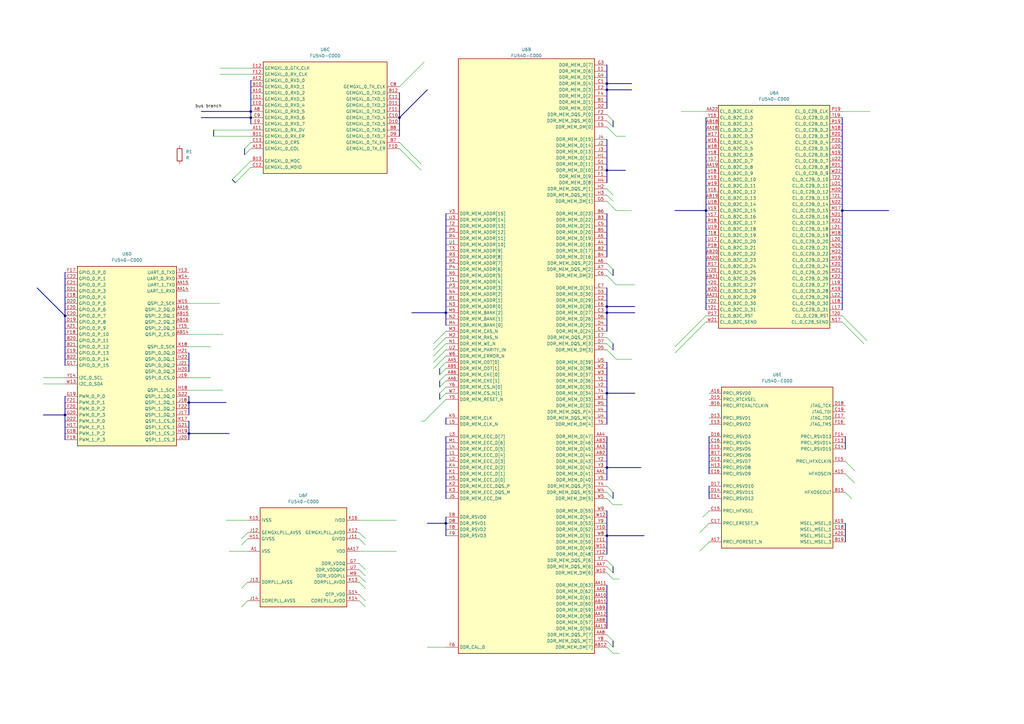
<source format=kicad_sch>
(kicad_sch (version 20230121) (generator eeschema)
  (paper "A3")
  (lib_symbols
    (symbol "Device:R" (pin_numbers hide) (pin_names (offset 0))
      (property "Reference" "R" (at 2.032 0 90))
      (property "Value" "R" (at 0 0 90))
      (symbol "R_1_1"
        (pin passive line (at 0 3.81 270) (length 1.27) (name "~") (number "1"))
        (pin passive line (at 0 -3.81 90) (length 1.27) (name "~") (number "2"))
      )
    )
    (symbol "MCU_SiFive:FU540-C000"
      (property "Reference" "U" (at 0 2.54 0))
      (property "Value" "FU540-C000" (at 0 -2.54 0))
      (symbol "FU540-C000_1_1"
        (pin input line (at -27.94 35.56 0) (length 5.08) (name "CL_0_B2C_D_2") (number "AA18"))
        (pin input line (at -27.94 20.32 0) (length 5.08) (name "CL_0_B2C_D_8") (number "AA19"))
        (pin input line (at -27.94 -17.78 0) (length 5.08) (name "CL_0_B2C_D_23") (number "AA20"))
        (pin input line (at -27.94 -33.02 0) (length 5.08) (name "CL_0_B2C_D_29") (number "AA21"))
        (pin input line (at -27.94 43.18 0) (length 5.08) (name "CL_0_B2C_CLK") (number "AA22"))
        (pin input line (at -27.94 38.1 0) (length 5.08) (name "CL_0_B2C_D_1") (number "AB18"))
        (pin input line (at -27.94 7.62 0) (length 5.08) (name "CL_0_B2C_D_13") (number "AB19"))
        (pin input line (at -27.94 -15.24 0) (length 5.08) (name "CL_0_B2C_D_22") (number "AB20"))
        (pin input line (at -27.94 -25.4 0) (length 5.08) (name "CL_0_B2C_D_26") (number "AB21"))
        (pin output line (at 27.94 -30.48 180) (length 5.08) (name "CL_0_C2B_D_28") (number "K19"))
        (pin output line (at 27.94 -20.32 180) (length 5.08) (name "CL_0_C2B_D_24") (number "K20"))
        (pin output line (at 27.94 -25.4 180) (length 5.08) (name "CL_0_C2B_D_26") (number "K22"))
        (pin output line (at 27.94 -38.1 180) (length 5.08) (name "CL_0_C2B_D_31") (number "L17"))
        (pin output line (at 27.94 -35.56 180) (length 5.08) (name "CL_0_C2B_D_30") (number "L18"))
        (pin output line (at 27.94 -27.94 180) (length 5.08) (name "CL_0_C2B_D_27") (number "L19"))
        (pin output line (at 27.94 -10.16 180) (length 5.08) (name "CL_0_C2B_D_20") (number "L20"))
        (pin output line (at 27.94 -5.08 180) (length 5.08) (name "CL_0_C2B_D_18") (number "L21"))
        (pin output line (at 27.94 -33.02 180) (length 5.08) (name "CL_0_C2B_D_29") (number "L22"))
        (pin output line (at 27.94 2.54 180) (length 5.08) (name "CL_0_C2B_D_15") (number "M17"))
        (pin output line (at 27.94 -7.62 180) (length 5.08) (name "CL_0_C2B_D_19") (number "M18"))
        (pin output line (at 27.94 -17.78 180) (length 5.08) (name "CL_0_C2B_D_23") (number "M19"))
        (pin output line (at 27.94 10.16 180) (length 5.08) (name "CL_0_C2B_D_12") (number "M20"))
        (pin output line (at 27.94 -22.86 180) (length 5.08) (name "CL_0_C2B_D_25") (number "M21"))
        (pin output line (at 27.94 -15.24 180) (length 5.08) (name "CL_0_C2B_D_22") (number "M22"))
        (pin output line (at 27.94 -43.18 180) (length 5.08) (name "CL_0_C2B_SEND") (number "N17"))
        (pin output line (at 27.94 35.56 180) (length 5.08) (name "CL_0_C2B_D_2") (number "N18"))
        (pin output line (at 27.94 25.4 180) (length 5.08) (name "CL_0_C2B_D_6") (number "N19"))
        (pin output line (at 27.94 -12.7 180) (length 5.08) (name "CL_0_C2B_D_21") (number "N20"))
        (pin output line (at 27.94 0 180) (length 5.08) (name "CL_0_C2B_D_16") (number "N21"))
        (pin output line (at 27.94 5.08 180) (length 5.08) (name "CL_0_C2B_D_14") (number "N22"))
        (pin input line (at -27.94 -40.64 0) (length 5.08) (name "CL_0_B2C_RST") (number "P17"))
        (pin input line (at -27.94 -12.7 0) (length 5.08) (name "CL_0_B2C_D_21") (number "P18"))
        (pin output line (at 27.94 43.18 180) (length 5.08) (name "CL_0_C2B_CLK") (number "P19"))
        (pin output line (at 27.94 30.48 180) (length 5.08) (name "CL_0_C2B_D_4") (number "P20"))
        (pin input line (at -27.94 -20.32 0) (length 5.08) (name "CL_0_B2C_D_24") (number "R17"))
        (pin input line (at -27.94 -2.54 0) (length 5.08) (name "CL_0_B2C_D_17") (number "R18"))
        (pin output line (at 27.94 38.1 180) (length 5.08) (name "CL_0_C2B_D_1") (number "R19"))
        (pin output line (at 27.94 33.02 180) (length 5.08) (name "CL_0_C2B_D_3") (number "R20"))
        (pin output line (at 27.94 20.32 180) (length 5.08) (name "CL_0_C2B_D_8") (number "R21"))
        (pin output line (at 27.94 -2.54 180) (length 5.08) (name "CL_0_C2B_D_17") (number "R22"))
        (pin input line (at -27.94 -7.62 0) (length 5.08) (name "CL_0_B2C_D_19") (number "T18"))
        (pin output line (at 27.94 40.64 180) (length 5.08) (name "CL_0_C2B_D_0") (number "T19"))
        (pin output line (at 27.94 -40.64 180) (length 5.08) (name "CL_0_C2B_RST") (number "T20"))
        (pin output line (at 27.94 7.62 180) (length 5.08) (name "CL_0_C2B_D_13") (number "T21"))
        (pin output line (at 27.94 15.24 180) (length 5.08) (name "CL_0_C2B_D_10") (number "T22"))
        (pin input line (at -27.94 -10.16 0) (length 5.08) (name "CL_0_B2C_D_20") (number "U17"))
        (pin input line (at -27.94 5.08 0) (length 5.08) (name "CL_0_B2C_D_14") (number "U18"))
        (pin input line (at -27.94 -5.08 0) (length 5.08) (name "CL_0_B2C_D_18") (number "U19"))
        (pin output line (at 27.94 27.94 180) (length 5.08) (name "CL_0_C2B_D_5") (number "U20"))
        (pin output line (at 27.94 12.7 180) (length 5.08) (name "CL_0_C2B_D_11") (number "U21"))
        (pin output line (at 27.94 22.86 180) (length 5.08) (name "CL_0_C2B_D_7") (number "U22"))
        (pin input line (at -27.94 10.16 0) (length 5.08) (name "CL_0_B2C_D_12") (number "V16"))
        (pin input line (at -27.94 0 0) (length 5.08) (name "CL_0_B2C_D_16") (number "V17"))
        (pin input line (at -27.94 17.78 0) (length 5.08) (name "CL_0_B2C_D_9") (number "V18"))
        (pin input line (at -27.94 2.54 0) (length 5.08) (name "CL_0_B2C_D_15") (number "V19"))
        (pin input line (at -27.94 -22.86 0) (length 5.08) (name "CL_0_B2C_D_25") (number "V20"))
        (pin input line (at -27.94 30.48 0) (length 5.08) (name "CL_0_B2C_D_4") (number "W16"))
        (pin input line (at -27.94 33.02 0) (length 5.08) (name "CL_0_B2C_D_3") (number "W17"))
        (pin input line (at -27.94 27.94 0) (length 5.08) (name "CL_0_B2C_D_5") (number "W18"))
        (pin input line (at -27.94 12.7 0) (length 5.08) (name "CL_0_B2C_D_11") (number "W19"))
        (pin input line (at -27.94 -30.48 0) (length 5.08) (name "CL_0_B2C_D_28") (number "W20"))
        (pin input line (at -27.94 -43.18 0) (length 5.08) (name "CL_0_B2C_SEND") (number "W21"))
        (pin output line (at 27.94 17.78 180) (length 5.08) (name "CL_0_C2B_D_9") (number "W22"))
        (pin input line (at -27.94 40.64 0) (length 5.08) (name "CL_0_B2C_D_0") (number "Y16"))
        (pin input line (at -27.94 22.86 0) (length 5.08) (name "CL_0_B2C_D_7") (number "Y17"))
        (pin input line (at -27.94 25.4 0) (length 5.08) (name "CL_0_B2C_D_6") (number "Y18"))
        (pin input line (at -27.94 15.24 0) (length 5.08) (name "CL_0_B2C_D_10") (number "Y19"))
        (pin input line (at -27.94 -27.94 0) (length 5.08) (name "CL_0_B2C_D_27") (number "Y20"))
        (pin input line (at -27.94 -38.1 0) (length 5.08) (name "CL_0_B2C_D_31") (number "Y21"))
        (pin input line (at -27.94 -35.56 0) (length 5.08) (name "CL_0_B2C_D_30") (number "Y22"))
      )
      (symbol "FU540-C000_2_1"
        (pin bidirectional line (at 33.02 45.72 180) (length 5.08) (name "DDR_MEM_D[18]") (number "A4"))
        (pin bidirectional line (at 33.02 48.26 180) (length 5.08) (name "DDR_MEM_D[19]") (number "A5"))
        (pin bidirectional line (at 33.02 38.1 180) (length 5.08) (name "DDR_MEM_DQS_P[2]") (number "A6"))
        (pin bidirectional line (at 33.02 35.56 180) (length 5.08) (name "DDR_MEM_DQS_M[2]") (number "A7"))
        (pin bidirectional line (at 33.02 -48.26 180) (length 5.08) (name "DDR_MEM_D[41]") (number "AA1"))
        (pin bidirectional line (at 33.02 -99.06 180) (length 5.08) (name "DDR_MEM_D[61]") (number "AA10"))
        (pin bidirectional line (at 33.02 -93.98 180) (length 5.08) (name "DDR_MEM_D[63]") (number "AA11"))
        (pin bidirectional line (at 33.02 -106.68 180) (length 5.08) (name "DDR_MEM_D[58]") (number "AA12"))
        (pin bidirectional line (at 33.02 -111.76 180) (length 5.08) (name "DDR_MEM_D[56]") (number "AA13"))
        (pin bidirectional line (at 33.02 -38.1 180) (length 5.08) (name "DDR_MEM_D[45]") (number "AA3"))
        (pin bidirectional line (at 33.02 -33.02 180) (length 5.08) (name "DDR_MEM_D[47]") (number "AA4"))
        (pin output line (at -33.02 -2.54 0) (length 5.08) (name "DDR_MEM_ODT[0]") (number "AA5"))
        (pin output line (at -33.02 -10.16 0) (length 5.08) (name "DDR_MEM_CKE[1]") (number "AA6"))
        (pin bidirectional line (at 33.02 -86.36 180) (length 5.08) (name "DDR_MEM_DQS_M[6]") (number "AA7"))
        (pin bidirectional line (at 33.02 -114.3 180) (length 5.08) (name "DDR_MEM_DQS_P[7]") (number "AA8"))
        (pin bidirectional line (at 33.02 -96.52 180) (length 5.08) (name "DDR_MEM_D[62]") (number "AA9"))
        (pin bidirectional line (at 33.02 -101.6 180) (length 5.08) (name "DDR_MEM_D[60]") (number "AB11"))
        (pin bidirectional line (at 33.02 -119.38 180) (length 5.08) (name "DDR_MEM_DM[7]") (number "AB12"))
        (pin bidirectional line (at 33.02 -40.64 180) (length 5.08) (name "DDR_MEM_D[44]") (number "AB2"))
        (pin bidirectional line (at 33.02 -35.56 180) (length 5.08) (name "DDR_MEM_D[46]") (number "AB3"))
        (pin output line (at -33.02 -5.08 0) (length 5.08) (name "DDR_MEM_ODT[1]") (number "AB5"))
        (pin output line (at -33.02 -7.62 0) (length 5.08) (name "DDR_MEM_CKE[0]") (number "AB6"))
        (pin bidirectional line (at 33.02 -109.22 180) (length 5.08) (name "DDR_MEM_D[57]") (number "AB8"))
        (pin bidirectional line (at 33.02 -104.14 180) (length 5.08) (name "DDR_MEM_D[59]") (number "AB9"))
        (pin bidirectional line (at 33.02 104.14 180) (length 5.08) (name "DDR_MEM_D[1]") (number "B1"))
        (pin bidirectional line (at 33.02 43.18 180) (length 5.08) (name "DDR_MEM_D[17]") (number "B2"))
        (pin bidirectional line (at 33.02 55.88 180) (length 5.08) (name "DDR_MEM_D[22]") (number "B3"))
        (pin bidirectional line (at 33.02 40.64 180) (length 5.08) (name "DDR_MEM_D[16]") (number "B4"))
        (pin bidirectional line (at 33.02 50.8 180) (length 5.08) (name "DDR_MEM_D[20]") (number "B5"))
        (pin bidirectional line (at 33.02 58.42 180) (length 5.08) (name "DDR_MEM_D[23]") (number "B6"))
        (pin bidirectional line (at 33.02 111.76 180) (length 5.08) (name "DDR_MEM_D[4]") (number "C1"))
        (pin bidirectional line (at 33.02 22.86 180) (length 5.08) (name "DDR_MEM_D[29]") (number "C2"))
        (pin bidirectional line (at 33.02 17.78 180) (length 5.08) (name "DDR_MEM_D[27]") (number "C3"))
        (pin bidirectional line (at 33.02 10.16 180) (length 5.08) (name "DDR_MEM_D[24]") (number "C4"))
        (pin bidirectional line (at 33.02 53.34 180) (length 5.08) (name "DDR_MEM_D[21]") (number "C5"))
        (pin bidirectional line (at 33.02 33.02 180) (length 5.08) (name "DDR_MEM_DM[2]") (number "C6"))
        (pin bidirectional line (at 33.02 27.94 180) (length 5.08) (name "DDR_MEM_D[31]") (number "C7"))
        (pin bidirectional line (at 33.02 101.6 180) (length 5.08) (name "DDR_MEM_D[0]") (number "D2"))
        (pin bidirectional line (at 33.02 25.4 180) (length 5.08) (name "DDR_MEM_D[30]") (number "D3"))
        (pin bidirectional line (at 33.02 12.7 180) (length 5.08) (name "DDR_MEM_D[25]") (number "D4"))
        (pin bidirectional line (at 33.02 2.54 180) (length 5.08) (name "DDR_MEM_DM[3]") (number "D5"))
        (pin bidirectional line (at 33.02 15.24 180) (length 5.08) (name "DDR_MEM_D[26]") (number "D6"))
        (pin bidirectional line (at 33.02 5.08 180) (length 5.08) (name "DDR_MEM_DQS_M[3]") (number "D7"))
        (pin passive line (at -33.02 -68.58 0) (length 5.08) (name "DDR_RSVD1") (number "D8"))
        (pin bidirectional line (at 33.02 116.84 180) (length 5.08) (name "DDR_MEM_D[6]") (number "E1"))
        (pin bidirectional line (at 33.02 109.22 180) (length 5.08) (name "DDR_MEM_D[3]") (number "E2"))
        (pin bidirectional line (at 33.02 93.98 180) (length 5.08) (name "DDR_MEM_DM[0]") (number "E5"))
        (pin bidirectional line (at 33.02 20.32 180) (length 5.08) (name "DDR_MEM_D[28]") (number "E6"))
        (pin bidirectional line (at 33.02 7.62 180) (length 5.08) (name "DDR_MEM_DQS_P[3]") (number "E7"))
        (pin passive line (at -33.02 -66.04 0) (length 5.08) (name "DDR_RSVD0") (number "E8"))
        (pin bidirectional line (at 33.02 73.66 180) (length 5.08) (name "DDR_MEM_D[9]") (number "F1"))
        (pin bidirectional line (at 33.02 99.06 180) (length 5.08) (name "DDR_MEM_DQS_P[0]") (number "F2"))
        (pin bidirectional line (at 33.02 96.52 180) (length 5.08) (name "DDR_MEM_DQS_M[0]") (number "F3"))
        (pin bidirectional line (at 33.02 106.68 180) (length 5.08) (name "DDR_MEM_D[2]") (number "F4"))
        (pin bidirectional line (at 33.02 76.2 180) (length 5.08) (name "DDR_MEM_D[10]") (number "F5"))
        (pin passive line (at -33.02 -119.38 0) (length 5.08) (name "DDR_CAL_0") (number "F6"))
        (pin passive line (at -33.02 -71.12 0) (length 5.08) (name "DDR_RSVD2") (number "F8"))
        (pin passive line (at -33.02 -73.66 0) (length 5.08) (name "DDR_RSVD3") (number "F9"))
        (pin bidirectional line (at 33.02 78.74 180) (length 5.08) (name "DDR_MEM_D[11]") (number "G1"))
        (pin bidirectional line (at 33.02 119.38 180) (length 5.08) (name "DDR_MEM_D[7]") (number "G3"))
        (pin bidirectional line (at 33.02 114.3 180) (length 5.08) (name "DDR_MEM_D[5]") (number "G4"))
        (pin bidirectional line (at 33.02 63.5 180) (length 5.08) (name "DDR_MEM_DM[1]") (number "G5"))
        (pin bidirectional line (at 33.02 81.28 180) (length 5.08) (name "DDR_MEM_D[12]") (number "H1"))
        (pin bidirectional line (at 33.02 68.58 180) (length 5.08) (name "DDR_MEM_DQS_P[1]") (number "H2"))
        (pin bidirectional line (at 33.02 66.04 180) (length 5.08) (name "DDR_MEM_DQS_M[1]") (number "H3"))
        (pin bidirectional line (at 33.02 71.12 180) (length 5.08) (name "DDR_MEM_D[8]") (number "H4"))
        (pin bidirectional line (at -33.02 -50.8 0) (length 5.08) (name "DDR_MEM_ECC_D[0]") (number "H5"))
        (pin bidirectional line (at 33.02 86.36 180) (length 5.08) (name "DDR_MEM_D[14]") (number "J2"))
        (pin bidirectional line (at 33.02 83.82 180) (length 5.08) (name "DDR_MEM_D[13]") (number "J3"))
        (pin bidirectional line (at 33.02 88.9 180) (length 5.08) (name "DDR_MEM_D[15]") (number "J4"))
        (pin bidirectional line (at -33.02 -58.42 0) (length 5.08) (name "DDR_MEM_ECC_DM") (number "J5"))
        (pin bidirectional line (at -33.02 -48.26 0) (length 5.08) (name "DDR_MEM_ECC_D[1]") (number "K1"))
        (pin bidirectional line (at -33.02 -53.34 0) (length 5.08) (name "DDR_MEM_ECC_DQS_P") (number "K2"))
        (pin bidirectional line (at -33.02 -55.88 0) (length 5.08) (name "DDR_MEM_ECC_DQS_M") (number "K3"))
        (pin bidirectional line (at -33.02 -45.72 0) (length 5.08) (name "DDR_MEM_ECC_D[2]") (number "K4"))
        (pin output line (at -33.02 -25.4 0) (length 5.08) (name "DDR_MEM_CLK") (number "K5"))
        (pin bidirectional line (at -33.02 -40.64 0) (length 5.08) (name "DDR_MEM_ECC_D[4]") (number "L1"))
        (pin bidirectional line (at -33.02 -43.18 0) (length 5.08) (name "DDR_MEM_ECC_D[3]") (number "L2"))
        (pin bidirectional line (at -33.02 -33.02 0) (length 5.08) (name "DDR_MEM_ECC_D[7]") (number "L3"))
        (pin bidirectional line (at -33.02 -38.1 0) (length 5.08) (name "DDR_MEM_ECC_D[5]") (number "L4"))
        (pin output line (at -33.02 -27.94 0) (length 5.08) (name "DDR_MEM_CLK_N") (number "L5"))
        (pin bidirectional line (at -33.02 -35.56 0) (length 5.08) (name "DDR_MEM_ECC_D[6]") (number "M1"))
        (pin output line (at -33.02 7.62 0) (length 5.08) (name "DDR_MEM_RAS_N") (number "M2"))
        (pin output line (at -33.02 10.16 0) (length 5.08) (name "DDR_MEM_CAS_N") (number "M3"))
        (pin output line (at -33.02 12.7 0) (length 5.08) (name "DDR_MEM_BANK[0]") (number "M4"))
        (pin output line (at -33.02 17.78 0) (length 5.08) (name "DDR_MEM_BANK[2]") (number "M5"))
        (pin output line (at -33.02 5.08 0) (length 5.08) (name "DDR_MEM_WE_N") (number "N1"))
        (pin output line (at -33.02 15.24 0) (length 5.08) (name "DDR_MEM_BANK[1]") (number "N2"))
        (pin output line (at -33.02 20.32 0) (length 5.08) (name "DDR_MEM_ADDR[0]") (number "N3"))
        (pin output line (at -33.02 25.4 0) (length 5.08) (name "DDR_MEM_ADDR[2]") (number "N4"))
        (pin output line (at -33.02 33.02 0) (length 5.08) (name "DDR_MEM_ADDR[5]") (number "N5"))
        (pin output line (at -33.02 27.94 0) (length 5.08) (name "DDR_MEM_ADDR[3]") (number "P3"))
        (pin output line (at -33.02 35.56 0) (length 5.08) (name "DDR_MEM_ADDR[6]") (number "P4"))
        (pin output line (at -33.02 50.8 0) (length 5.08) (name "DDR_MEM_ADDR[12]") (number "P5"))
        (pin output line (at -33.02 22.86 0) (length 5.08) (name "DDR_MEM_ADDR[1]") (number "R1"))
        (pin output line (at -33.02 38.1 0) (length 5.08) (name "DDR_MEM_ADDR[7]") (number "R2"))
        (pin output line (at -33.02 40.64 0) (length 5.08) (name "DDR_MEM_ADDR[8]") (number "R3"))
        (pin output line (at -33.02 48.26 0) (length 5.08) (name "DDR_MEM_ADDR[11]") (number "R4"))
        (pin bidirectional line (at 33.02 -20.32 180) (length 5.08) (name "DDR_MEM_D[32]") (number "R5"))
        (pin output line (at -33.02 30.48 0) (length 5.08) (name "DDR_MEM_ADDR[4]") (number "T1"))
        (pin output line (at -33.02 53.34 0) (length 5.08) (name "DDR_MEM_ADDR[13]") (number "T2"))
        (pin output line (at -33.02 43.18 0) (length 5.08) (name "DDR_MEM_ADDR[9]") (number "T3"))
        (pin bidirectional line (at 33.02 -15.24 180) (length 5.08) (name "DDR_MEM_D[34]") (number "T4"))
        (pin bidirectional line (at 33.02 -27.94 180) (length 5.08) (name "DDR_MEM_DM[4]") (number "T5"))
        (pin output line (at -33.02 45.72 0) (length 5.08) (name "DDR_MEM_ADDR[10]") (number "U1"))
        (pin output line (at -33.02 2.54 0) (length 5.08) (name "DDR_MEM_PARITY_IN") (number "U2"))
        (pin output line (at -33.02 55.88 0) (length 5.08) (name "DDR_MEM_ADDR[14]") (number "U3"))
        (pin bidirectional line (at 33.02 -25.4 180) (length 5.08) (name "DDR_MEM_DQS_M[4]") (number "U4"))
        (pin bidirectional line (at 33.02 -2.54 180) (length 5.08) (name "DDR_MEM_D[39]") (number "U5"))
        (pin bidirectional line (at 33.02 -12.7 180) (length 5.08) (name "DDR_MEM_D[35]") (number "V2"))
        (pin output line (at -33.02 58.42 0) (length 5.08) (name "DDR_MEM_ADDR[15]") (number "V3"))
        (pin bidirectional line (at 33.02 -22.86 180) (length 5.08) (name "DDR_MEM_DQS_P[4]") (number "V4"))
        (pin bidirectional line (at 33.02 -50.8 180) (length 5.08) (name "DDR_MEM_D[40]") (number "V5"))
        (pin bidirectional line (at 33.02 -17.78 180) (length 5.08) (name "DDR_MEM_D[33]") (number "W1"))
        (pin bidirectional line (at 33.02 -88.9 180) (length 5.08) (name "DDR_MEM_DM[6]") (number "W10"))
        (pin bidirectional line (at 33.02 -78.74 180) (length 5.08) (name "DDR_MEM_D[49]") (number "W11"))
        (pin bidirectional line (at 33.02 -66.04 180) (length 5.08) (name "DDR_MEM_D[54]") (number "W12"))
        (pin bidirectional line (at 33.02 -5.08 180) (length 5.08) (name "DDR_MEM_D[38]") (number "W2"))
        (pin bidirectional line (at 33.02 -7.62 180) (length 5.08) (name "DDR_MEM_D[37]") (number "W3"))
        (pin bidirectional line (at 33.02 -55.88 180) (length 5.08) (name "DDR_MEM_DQS_M[5]") (number "W4"))
        (pin bidirectional line (at 33.02 -58.42 180) (length 5.08) (name "DDR_MEM_DM[5]") (number "W5"))
        (pin input line (at -33.02 0 0) (length 5.08) (name "DDR_MEM_ERROR_N") (number "W6"))
        (pin output line (at -33.02 -15.24 0) (length 5.08) (name "DDR_MEM_CS_N[1]") (number "W7"))
        (pin bidirectional line (at 33.02 -73.66 180) (length 5.08) (name "DDR_MEM_D[51]") (number "W8"))
        (pin bidirectional line (at 33.02 -63.5 180) (length 5.08) (name "DDR_MEM_D[55]") (number "W9"))
        (pin bidirectional line (at 33.02 -10.16 180) (length 5.08) (name "DDR_MEM_D[36]") (number "Y1"))
        (pin bidirectional line (at 33.02 -71.12 180) (length 5.08) (name "DDR_MEM_D[52]") (number "Y10"))
        (pin bidirectional line (at 33.02 -76.2 180) (length 5.08) (name "DDR_MEM_D[50]") (number "Y11"))
        (pin bidirectional line (at 33.02 -81.28 180) (length 5.08) (name "DDR_MEM_D[48]") (number "Y12"))
        (pin bidirectional line (at 33.02 -43.18 180) (length 5.08) (name "DDR_MEM_D[43]") (number "Y2"))
        (pin bidirectional line (at 33.02 -45.72 180) (length 5.08) (name "DDR_MEM_D[42]") (number "Y3"))
        (pin bidirectional line (at 33.02 -53.34 180) (length 5.08) (name "DDR_MEM_DQS_P[5]") (number "Y4"))
        (pin output line (at -33.02 -17.78 0) (length 5.08) (name "DDR_MEM_RESET_N") (number "Y5"))
        (pin output line (at -33.02 -12.7 0) (length 5.08) (name "DDR_MEM_CS_N[0]") (number "Y6"))
        (pin bidirectional line (at 33.02 -83.82 180) (length 5.08) (name "DDR_MEM_DQS_P[6]") (number "Y7"))
        (pin bidirectional line (at 33.02 -116.84 180) (length 5.08) (name "DDR_MEM_DQS_M[7]") (number "Y8"))
        (pin bidirectional line (at 33.02 -68.58 180) (length 5.08) (name "DDR_MEM_D[53]") (number "Y9"))
      )
      (symbol "FU540-C000_3_1"
        (pin input line (at -30.48 10.16 0) (length 5.08) (name "GEMGXL_0_RXD_2") (number "A10"))
        (pin input line (at -30.48 -5.08 0) (length 5.08) (name "GEMGXL_0_RX_DV") (number "A11"))
        (pin input line (at -30.48 15.24 0) (length 5.08) (name "GEMGXL_0_RXD_0") (number "A12"))
        (pin input line (at -30.48 -12.7 0) (length 5.08) (name "GEMGXL_0_COL") (number "A13"))
        (pin input line (at -30.48 2.54 0) (length 5.08) (name "GEMGXL_0_RXD_5") (number "A8"))
        (pin input line (at -30.48 12.7 0) (length 5.08) (name "GEMGXL_0_RXD_1") (number "B10"))
        (pin input line (at -30.48 -7.62 0) (length 5.08) (name "GEMGXL_0_RX_ER") (number "B11"))
        (pin output line (at 30.48 10.16 180) (length 5.08) (name "GEMGXL_0_TXD_0") (number "B12"))
        (pin output line (at -30.48 -17.78 0) (length 5.08) (name "GEMGXL_0_MDC") (number "B13"))
        (pin output line (at 30.48 -10.16 180) (length 5.08) (name "GEMGXL_0_TX_EN") (number "B7"))
        (pin output line (at 30.48 -5.08 180) (length 5.08) (name "GEMGXL_0_TXD_6") (number "B8"))
        (pin output line (at 30.48 0 180) (length 5.08) (name "GEMGXL_0_TXD_4") (number "C10"))
        (pin output line (at 30.48 7.62 180) (length 5.08) (name "GEMGXL_0_TXD_1") (number "C11"))
        (pin bidirectional line (at -30.48 -20.32 0) (length 5.08) (name "GEMGXL_0_MDIO") (number "C12"))
        (pin input line (at -30.48 -10.16 0) (length 5.08) (name "GEMGXL_0_CRS") (number "C13"))
        (pin input line (at 30.48 12.7 180) (length 5.08) (name "GEMGXL_0_TX_CLK") (number "C8"))
        (pin input line (at -30.48 0 0) (length 5.08) (name "GEMGXL_0_RXD_6") (number "C9"))
        (pin output line (at 30.48 -2.54 180) (length 5.08) (name "GEMGXL_0_TXD_5") (number "D10"))
        (pin output line (at 30.48 5.08 180) (length 5.08) (name "GEMGXL_0_TXD_2") (number "D11"))
        (pin output line (at 30.48 -7.62 180) (length 5.08) (name "GEMGXL_0_TXD_7") (number "D9"))
        (pin input line (at -30.48 5.08 0) (length 5.08) (name "GEMGXL_0_RXD_4") (number "E10"))
        (pin input line (at -30.48 7.62 0) (length 5.08) (name "GEMGXL_0_RXD_3") (number "E11"))
        (pin input line (at -30.48 20.32 0) (length 5.08) (name "GEMGXL_0_GTX_CLK") (number "E12"))
        (pin input line (at -30.48 -2.54 0) (length 5.08) (name "GEMGXL_0_RXD_7") (number "E9"))
        (pin output line (at 30.48 -12.7 180) (length 5.08) (name "GEMGXL_0_TX_ER") (number "F10"))
        (pin output line (at 30.48 2.54 180) (length 5.08) (name "GEMGXL_0_TXD_3") (number "F11"))
        (pin input line (at -30.48 17.78 0) (length 5.08) (name "GEMGXL_0_RX_CLK") (number "F12"))
      )
      (symbol "FU540-C000_4_1"
        (pin bidirectional line (at -25.4 10.16 0) (length 5.08) (name "GPIO_0_P_9") (number "A21"))
        (pin input line (at 25.4 25.4 180) (length 5.08) (name "UART_1_RXD") (number "AA14"))
        (pin output line (at 25.4 27.94 180) (length 5.08) (name "UART_1_TXD") (number "AA15"))
        (pin bidirectional line (at 25.4 17.78 180) (length 5.08) (name "QSPI_2_DQ_0") (number "AA16"))
        (pin output line (at 25.4 7.62 180) (length 5.08) (name "QSPI_2_CS_0") (number "AB14"))
        (pin bidirectional line (at 25.4 15.24 180) (length 5.08) (name "QSPI_2_DQ_1") (number "AB15"))
        (pin bidirectional line (at 25.4 12.7 180) (length 5.08) (name "QSPI_2_DQ_2") (number "AB16"))
        (pin bidirectional line (at -25.4 5.08 0) (length 5.08) (name "GPIO_0_P_11") (number "B20"))
        (pin bidirectional line (at -25.4 2.54 0) (length 5.08) (name "GPIO_0_P_12") (number "B21"))
        (pin bidirectional line (at -25.4 -2.54 0) (length 5.08) (name "GPIO_0_P_14") (number "B22"))
        (pin bidirectional line (at -25.4 15.24 0) (length 5.08) (name "GPIO_0_P_7") (number "C20"))
        (pin bidirectional line (at -25.4 27.94 0) (length 5.08) (name "GPIO_0_P_2") (number "C21"))
        (pin bidirectional line (at -25.4 30.48 0) (length 5.08) (name "GPIO_0_P_1") (number "C22"))
        (pin bidirectional line (at -25.4 12.7 0) (length 5.08) (name "GPIO_0_P_8") (number "D19"))
        (pin bidirectional line (at -25.4 20.32 0) (length 5.08) (name "GPIO_0_P_5") (number "D20"))
        (pin bidirectional line (at -25.4 25.4 0) (length 5.08) (name "GPIO_0_P_3") (number "D21"))
        (pin bidirectional line (at -25.4 -27.94 0) (length 5.08) (name "PWM_1_P_0") (number "D22"))
        (pin bidirectional line (at -25.4 22.86 0) (length 5.08) (name "GPIO_0_P_4") (number "E18"))
        (pin bidirectional line (at -25.4 0 0) (length 5.08) (name "GPIO_0_P_13") (number "E19"))
        (pin bidirectional line (at -25.4 17.78 0) (length 5.08) (name "GPIO_0_P_6") (number "E20"))
        (pin bidirectional line (at -25.4 33.02 0) (length 5.08) (name "GPIO_0_P_0") (number "F17"))
        (pin bidirectional line (at -25.4 7.62 0) (length 5.08) (name "GPIO_0_P_10") (number "F18"))
        (pin bidirectional line (at -25.4 -35.56 0) (length 5.08) (name "PWM_1_P_3") (number "F19"))
        (pin bidirectional line (at -25.4 -22.86 0) (length 5.08) (name "PWM_0_P_2") (number "F20"))
        (pin bidirectional line (at -25.4 -20.32 0) (length 5.08) (name "PWM_0_P_1") (number "F21"))
        (pin bidirectional line (at 25.4 -22.86 180) (length 5.08) (name "QSPI_1_DQ_2") (number "F22"))
        (pin bidirectional line (at -25.4 -5.08 0) (length 5.08) (name "GPIO_0_P_15") (number "G17"))
        (pin bidirectional line (at -25.4 -33.02 0) (length 5.08) (name "PWM_1_P_2") (number "G18"))
        (pin bidirectional line (at -25.4 -17.78 0) (length 5.08) (name "PWM_0_P_0") (number "G19"))
        (pin bidirectional line (at -25.4 -25.4 0) (length 5.08) (name "PWM_0_P_3") (number "G20"))
        (pin output line (at 25.4 -30.48 180) (length 5.08) (name "QSPI_1_CS_1") (number "G21"))
        (pin bidirectional line (at 25.4 -17.78 180) (length 5.08) (name "QSPI_1_DQ_0") (number "G22"))
        (pin bidirectional line (at -25.4 -30.48 0) (length 5.08) (name "PWM_1_P_1") (number "H17"))
        (pin output line (at 25.4 -15.24 180) (length 5.08) (name "QSPI_1_SCK") (number "H18"))
        (pin output line (at 25.4 -33.02 180) (length 5.08) (name "QSPI_1_CS_2") (number "H19"))
        (pin bidirectional line (at 25.4 -7.62 180) (length 5.08) (name "QSPI_0_DQ_3") (number "H20"))
        (pin bidirectional line (at 25.4 0 180) (length 5.08) (name "QSPI_0_DQ_0") (number "H21"))
        (pin bidirectional line (at 25.4 -2.54 180) (length 5.08) (name "QSPI_0_DQ_1") (number "H22"))
        (pin bidirectional line (at 25.4 -25.4 180) (length 5.08) (name "QSPI_1_DQ_3") (number "J17"))
        (pin bidirectional line (at 25.4 -20.32 180) (length 5.08) (name "QSPI_1_DQ_1") (number "J18"))
        (pin output line (at 25.4 -10.16 180) (length 5.08) (name "QSPI_0_CS_0") (number "J19"))
        (pin output line (at 25.4 -35.56 180) (length 5.08) (name "QSPI_1_CS_3") (number "J20"))
        (pin bidirectional line (at 25.4 -5.08 180) (length 5.08) (name "QSPI_0_DQ_2") (number "J21"))
        (pin output line (at 25.4 -27.94 180) (length 5.08) (name "QSPI_1_CS_0") (number "K17"))
        (pin output line (at 25.4 2.54 180) (length 5.08) (name "QSPI_0_SCK") (number "K18"))
        (pin bidirectional line (at -25.4 -12.7 0) (length 5.08) (name "I2C_0_SDA") (number "W13"))
        (pin input line (at 25.4 30.48 180) (length 5.08) (name "UART_0_RXD") (number "W14"))
        (pin output line (at 25.4 20.32 180) (length 5.08) (name "QSPI_2_SCK") (number "W15"))
        (pin output line (at 25.4 33.02 180) (length 5.08) (name "UART_0_TXD") (number "Y13"))
        (pin bidirectional line (at -25.4 -10.16 0) (length 5.08) (name "I2C_0_SCL") (number "Y14"))
        (pin bidirectional line (at 25.4 10.16 180) (length 5.08) (name "QSPI_2_DQ_3") (number "Y15"))
      )
      (symbol "FU540-C000_5_1"
        (pin passive line (at 27.94 -2.54 180) (length 5.08) (name "HFXOSCIN") (number "A15"))
        (pin passive line (at -27.94 30.48 0) (length 5.08) (name "PRCI_RSVD0") (number "A16"))
        (pin input line (at -27.94 -30.48 0) (length 5.08) (name "PRCI_PORESET_N") (number "A17"))
        (pin input line (at 27.94 -22.86 180) (length 5.08) (name "MSEL_MSEL_0") (number "A19"))
        (pin input line (at 27.94 -27.94 180) (length 5.08) (name "MSEL_MSEL_2") (number "A20"))
        (pin passive line (at 27.94 -10.16 180) (length 5.08) (name "HFXOSCOUT") (number "B15"))
        (pin passive line (at -27.94 25.4 0) (length 5.08) (name "PRCI_RTCXALTCLKIN") (number "B16"))
        (pin passive line (at -27.94 5.08 0) (length 5.08) (name "PRCI_RSVD6") (number "B17"))
        (pin input line (at 27.94 -30.48 180) (length 5.08) (name "MSEL_MSEL_3") (number "B19"))
        (pin passive line (at 27.94 7.62 180) (length 5.08) (name "PRCI_RSVD15") (number "C14"))
        (pin input line (at -27.94 -17.78 0) (length 5.08) (name "PRCI_HFXSEL") (number "C15"))
        (pin passive line (at -27.94 10.16 0) (length 5.08) (name "PRCI_RSVD4") (number "C16"))
        (pin input line (at -27.94 -22.86 0) (length 5.08) (name "PRCI_ERESET_N") (number "C17"))
        (pin input line (at 27.94 -25.4 180) (length 5.08) (name "MSEL_MSEL_1") (number "C18"))
        (pin input line (at 27.94 22.86 180) (length 5.08) (name "JTAG_TDI") (number "C19"))
        (pin passive line (at -27.94 20.32 0) (length 5.08) (name "PRCI_RSVD1") (number "D13"))
        (pin passive line (at -27.94 -10.16 0) (length 5.08) (name "PRCI_RSVD11") (number "D14"))
        (pin input line (at -27.94 27.94 0) (length 5.08) (name "PRCI_RTCXSEL") (number "D15"))
        (pin passive line (at -27.94 12.7 0) (length 5.08) (name "PRCI_RSVD3") (number "D16"))
        (pin passive line (at -27.94 -7.62 0) (length 5.08) (name "PRCI_RSVD10") (number "D17"))
        (pin input line (at 27.94 25.4 180) (length 5.08) (name "JTAG_TCK") (number "D18"))
        (pin passive line (at -27.94 17.78 0) (length 5.08) (name "PRCI_RSVD2") (number "E13"))
        (pin passive line (at -27.94 -12.7 0) (length 5.08) (name "PRCI_RSVD12") (number "E14"))
        (pin passive line (at -27.94 7.62 0) (length 5.08) (name "PRCI_RSVD5") (number "E15"))
        (pin passive line (at -27.94 -2.54 0) (length 5.08) (name "PRCI_RSVD9") (number "E16"))
        (pin output line (at 27.94 20.32 180) (length 5.08) (name "JTAG_TDO") (number "E17"))
        (pin passive line (at 27.94 10.16 180) (length 5.08) (name "PRCI_RSVD14") (number "F13"))
        (pin passive line (at 27.94 12.7 180) (length 5.08) (name "PRCI_RSVD13") (number "F14"))
        (pin input line (at 27.94 2.54 180) (length 5.08) (name "PRCI_HFXCLKIN") (number "F15"))
        (pin input line (at 27.94 17.78 180) (length 5.08) (name "JTAG_TMS") (number "F16"))
        (pin passive line (at -27.94 2.54 0) (length 5.08) (name "PRCI_RSVD7") (number "G13"))
        (pin passive line (at -27.94 0 0) (length 5.08) (name "PRCI_RSVD8") (number "H13"))
      )
      (symbol "FU540-C000_6_1"
        (pin power_in line (at -2.54 -22.86 90) (length 5.08) (name "VSS") (number "A1"))
        (pin passive line (at -2.54 -22.86 90) (length 5.08) hide (name "VSS") (number "A14"))
        (pin passive line (at -2.54 -22.86 90) (length 5.08) hide (name "VSS") (number "A18"))
        (pin passive line (at -2.54 -22.86 90) (length 5.08) hide (name "VSS") (number "A2"))
        (pin passive line (at -2.54 -22.86 90) (length 5.08) hide (name "VSS") (number "A22"))
        (pin passive line (at -2.54 -22.86 90) (length 5.08) hide (name "VSS") (number "A3"))
        (pin passive line (at -2.54 -22.86 90) (length 5.08) hide (name "VSS") (number "A9"))
        (pin power_in line (at -2.54 22.86 270) (length 5.08) (name "VDD") (number "AA17"))
        (pin passive line (at -2.54 -22.86 90) (length 5.08) hide (name "VSS") (number "AA2"))
        (pin passive line (at -2.54 -22.86 90) (length 5.08) hide (name "VSS") (number "AB1"))
        (pin passive line (at -2.54 -22.86 90) (length 5.08) hide (name "VSS") (number "AB10"))
        (pin passive line (at -2.54 -22.86 90) (length 5.08) hide (name "VSS") (number "AB13"))
        (pin passive line (at -2.54 -22.86 90) (length 5.08) hide (name "VSS") (number "AB17"))
        (pin passive line (at -2.54 -22.86 90) (length 5.08) hide (name "VSS") (number "AB22"))
        (pin passive line (at -2.54 -22.86 90) (length 5.08) hide (name "VSS") (number "AB4"))
        (pin passive line (at -2.54 -22.86 90) (length 5.08) hide (name "VSS") (number "AB7"))
        (pin passive line (at -2.54 22.86 270) (length 5.08) hide (name "VDD") (number "B14"))
        (pin passive line (at -2.54 22.86 270) (length 5.08) hide (name "VDD") (number "B18"))
        (pin passive line (at -2.54 22.86 270) (length 5.08) hide (name "VDD") (number "B9"))
        (pin passive line (at -2.54 -22.86 90) (length 5.08) hide (name "VSS") (number "D1"))
        (pin passive line (at -2.54 -22.86 90) (length 5.08) hide (name "VSS") (number "D12"))
        (pin passive line (at -2.54 22.86 270) (length 5.08) hide (name "VDD") (number "E21"))
        (pin passive line (at -2.54 -22.86 90) (length 5.08) hide (name "VSS") (number "E22"))
        (pin passive line (at -2.54 22.86 270) (length 5.08) hide (name "VDD") (number "E3"))
        (pin passive line (at -2.54 -22.86 90) (length 5.08) hide (name "VSS") (number "E4"))
        (pin passive line (at -2.54 -22.86 90) (length 5.08) hide (name "VSS") (number "F7"))
        (pin passive line (at -2.54 -22.86 90) (length 5.08) hide (name "VSS") (number "G10"))
        (pin passive line (at -2.54 22.86 270) (length 5.08) hide (name "VDD") (number "G11"))
        (pin passive line (at -2.54 -22.86 90) (length 5.08) hide (name "VSS") (number "G12"))
        (pin power_in line (at 15.24 22.86 270) (length 5.08) (name "OTP_VDD") (number "G14"))
        (pin passive line (at -2.54 22.86 270) (length 5.08) hide (name "VDD") (number "G15"))
        (pin passive line (at -2.54 -22.86 90) (length 5.08) hide (name "VSS") (number "G16"))
        (pin passive line (at -2.54 -22.86 90) (length 5.08) hide (name "VSS") (number "G2"))
        (pin passive line (at -2.54 -22.86 90) (length 5.08) hide (name "VSS") (number "G6"))
        (pin power_in line (at 2.54 22.86 270) (length 5.08) (name "DDR_VDDQ") (number "G7"))
        (pin passive line (at -2.54 -22.86 90) (length 5.08) hide (name "VSS") (number "G8"))
        (pin passive line (at -2.54 22.86 270) (length 5.08) hide (name "VDD") (number "G9"))
        (pin passive line (at -2.54 22.86 270) (length 5.08) hide (name "VDD") (number "H10"))
        (pin power_in line (at -7.62 -22.86 90) (length 5.08) (name "GIVSS") (number "H11"))
        (pin passive line (at -2.54 22.86 270) (length 5.08) hide (name "VDD") (number "H12"))
        (pin passive line (at -2.54 22.86 270) (length 5.08) hide (name "VDD") (number "H14"))
        (pin passive line (at -2.54 -22.86 90) (length 5.08) hide (name "VSS") (number "H15"))
        (pin passive line (at -2.54 22.86 270) (length 5.08) hide (name "VDD") (number "H16"))
        (pin passive line (at 2.54 22.86 270) (length 5.08) hide (name "DDR_VDDQ") (number "H6"))
        (pin passive line (at -2.54 -22.86 90) (length 5.08) hide (name "VSS") (number "H7"))
        (pin passive line (at -2.54 22.86 270) (length 5.08) hide (name "VDD") (number "H8"))
        (pin passive line (at -2.54 -22.86 90) (length 5.08) hide (name "VSS") (number "H9"))
        (pin passive line (at -2.54 -22.86 90) (length 5.08) hide (name "VSS") (number "J1"))
        (pin passive line (at -2.54 -22.86 90) (length 5.08) hide (name "VSS") (number "J10"))
        (pin power_in line (at -7.62 22.86 270) (length 5.08) (name "GIVDD") (number "J11"))
        (pin power_in line (at -10.16 -22.86 90) (length 5.08) (name "GEMGXLPLL_AVSS") (number "J12"))
        (pin power_in line (at 10.16 -22.86 90) (length 5.08) (name "DDRPLL_AVSS") (number "J13"))
        (pin power_in line (at 17.78 -22.86 90) (length 5.08) (name "COREPLL_AVSS") (number "J14"))
        (pin passive line (at -2.54 22.86 270) (length 5.08) hide (name "VDD") (number "J15"))
        (pin passive line (at -2.54 -22.86 90) (length 5.08) hide (name "VSS") (number "J16"))
        (pin passive line (at -2.54 -22.86 90) (length 5.08) hide (name "VSS") (number "J22"))
        (pin passive line (at -2.54 -22.86 90) (length 5.08) hide (name "VSS") (number "J6"))
        (pin passive line (at 2.54 22.86 270) (length 5.08) hide (name "DDR_VDDQ") (number "J7"))
        (pin passive line (at -2.54 -22.86 90) (length 5.08) hide (name "VSS") (number "J8"))
        (pin passive line (at -2.54 22.86 270) (length 5.08) hide (name "VDD") (number "J9"))
        (pin passive line (at -2.54 22.86 270) (length 5.08) hide (name "VDD") (number "K10"))
        (pin passive line (at -2.54 -22.86 90) (length 5.08) hide (name "VSS") (number "K11"))
        (pin power_in line (at -10.16 22.86 270) (length 5.08) (name "GEMGXLPLL_AVDD") (number "K12"))
        (pin power_in line (at 10.16 22.86 270) (length 5.08) (name "DDRPLL_AVDD") (number "K13"))
        (pin power_in line (at 17.78 22.86 270) (length 5.08) (name "COREPLL_AVDD") (number "K14"))
        (pin power_in line (at -15.24 -22.86 90) (length 5.08) (name "IVSS") (number "K15"))
        (pin power_in line (at -15.24 22.86 270) (length 5.08) (name "IVDD") (number "K16"))
        (pin passive line (at -2.54 22.86 270) (length 5.08) hide (name "VDD") (number "K21"))
        (pin passive line (at 2.54 22.86 270) (length 5.08) hide (name "DDR_VDDQ") (number "K6"))
        (pin passive line (at -2.54 -22.86 90) (length 5.08) hide (name "VSS") (number "K7"))
        (pin passive line (at -2.54 22.86 270) (length 5.08) hide (name "VDD") (number "K8"))
        (pin passive line (at -2.54 -22.86 90) (length 5.08) hide (name "VSS") (number "K9"))
        (pin passive line (at -2.54 -22.86 90) (length 5.08) hide (name "VSS") (number "L10"))
        (pin passive line (at -2.54 22.86 270) (length 5.08) hide (name "VDD") (number "L11"))
        (pin passive line (at -2.54 -22.86 90) (length 5.08) hide (name "VSS") (number "L12"))
        (pin passive line (at -2.54 22.86 270) (length 5.08) hide (name "VDD") (number "L13"))
        (pin passive line (at -2.54 -22.86 90) (length 5.08) hide (name "VSS") (number "L14"))
        (pin passive line (at -15.24 -22.86 90) (length 5.08) hide (name "IVSS") (number "L15"))
        (pin passive line (at -15.24 22.86 270) (length 5.08) hide (name "IVDD") (number "L16"))
        (pin passive line (at -2.54 -22.86 90) (length 5.08) hide (name "VSS") (number "L6"))
        (pin passive line (at 2.54 22.86 270) (length 5.08) hide (name "DDR_VDDQ") (number "L7"))
        (pin passive line (at -2.54 -22.86 90) (length 5.08) hide (name "VSS") (number "L8"))
        (pin passive line (at 7.62 22.86 270) (length 5.08) hide (name "DDR_VDDPLL") (number "L9"))
        (pin passive line (at -2.54 22.86 270) (length 5.08) hide (name "VDD") (number "M10"))
        (pin passive line (at -2.54 -22.86 90) (length 5.08) hide (name "VSS") (number "M11"))
        (pin passive line (at -2.54 22.86 270) (length 5.08) hide (name "VDD") (number "M12"))
        (pin passive line (at -2.54 -22.86 90) (length 5.08) hide (name "VSS") (number "M13"))
        (pin passive line (at -2.54 22.86 270) (length 5.08) hide (name "VDD") (number "M14"))
        (pin passive line (at -15.24 -22.86 90) (length 5.08) hide (name "IVSS") (number "M15"))
        (pin passive line (at -15.24 22.86 270) (length 5.08) hide (name "IVDD") (number "M16"))
        (pin passive line (at 2.54 22.86 270) (length 5.08) hide (name "DDR_VDDQ") (number "M6"))
        (pin passive line (at -2.54 -22.86 90) (length 5.08) hide (name "VSS") (number "M7"))
        (pin passive line (at -2.54 22.86 270) (length 5.08) hide (name "VDD") (number "M8"))
        (pin power_in line (at 7.62 22.86 270) (length 5.08) (name "DDR_VDDPLL") (number "M9"))
        (pin passive line (at -2.54 -22.86 90) (length 5.08) hide (name "VSS") (number "N10"))
        (pin passive line (at -2.54 22.86 270) (length 5.08) hide (name "VDD") (number "N11"))
        (pin passive line (at -2.54 -22.86 90) (length 5.08) hide (name "VSS") (number "N12"))
        (pin passive line (at -2.54 22.86 270) (length 5.08) hide (name "VDD") (number "N13"))
        (pin passive line (at -2.54 -22.86 90) (length 5.08) hide (name "VSS") (number "N14"))
        (pin passive line (at -15.24 -22.86 90) (length 5.08) hide (name "IVSS") (number "N15"))
        (pin passive line (at -15.24 22.86 270) (length 5.08) hide (name "IVDD") (number "N16"))
        (pin passive line (at -2.54 -22.86 90) (length 5.08) hide (name "VSS") (number "N6"))
        (pin passive line (at 2.54 22.86 270) (length 5.08) hide (name "DDR_VDDQ") (number "N7"))
        (pin passive line (at -2.54 -22.86 90) (length 5.08) hide (name "VSS") (number "N8"))
        (pin passive line (at -2.54 22.86 270) (length 5.08) hide (name "VDD") (number "N9"))
        (pin passive line (at -2.54 -22.86 90) (length 5.08) hide (name "VSS") (number "P1"))
        (pin passive line (at -2.54 22.86 270) (length 5.08) hide (name "VDD") (number "P10"))
        (pin passive line (at -2.54 -22.86 90) (length 5.08) hide (name "VSS") (number "P11"))
        (pin passive line (at -2.54 22.86 270) (length 5.08) hide (name "VDD") (number "P12"))
        (pin passive line (at -2.54 -22.86 90) (length 5.08) hide (name "VSS") (number "P13"))
        (pin passive line (at -2.54 22.86 270) (length 5.08) hide (name "VDD") (number "P14"))
        (pin passive line (at -2.54 -22.86 90) (length 5.08) hide (name "VSS") (number "P15"))
        (pin passive line (at -2.54 22.86 270) (length 5.08) hide (name "VDD") (number "P16"))
        (pin passive line (at -2.54 22.86 270) (length 5.08) hide (name "VDD") (number "P2"))
        (pin passive line (at -2.54 22.86 270) (length 5.08) hide (name "VDD") (number "P21"))
        (pin passive line (at -2.54 -22.86 90) (length 5.08) hide (name "VSS") (number "P22"))
        (pin passive line (at 2.54 22.86 270) (length 5.08) hide (name "DDR_VDDQ") (number "P6"))
        (pin passive line (at -2.54 -22.86 90) (length 5.08) hide (name "VSS") (number "P7"))
        (pin passive line (at -2.54 22.86 270) (length 5.08) hide (name "VDD") (number "P8"))
        (pin passive line (at -2.54 -22.86 90) (length 5.08) hide (name "VSS") (number "P9"))
        (pin passive line (at -2.54 -22.86 90) (length 5.08) hide (name "VSS") (number "R10"))
        (pin passive line (at -2.54 22.86 270) (length 5.08) hide (name "VDD") (number "R11"))
        (pin passive line (at -2.54 -22.86 90) (length 5.08) hide (name "VSS") (number "R12"))
        (pin passive line (at -2.54 22.86 270) (length 5.08) hide (name "VDD") (number "R13"))
        (pin passive line (at -2.54 -22.86 90) (length 5.08) hide (name "VSS") (number "R14"))
        (pin passive line (at -2.54 22.86 270) (length 5.08) hide (name "VDD") (number "R15"))
        (pin passive line (at -2.54 -22.86 90) (length 5.08) hide (name "VSS") (number "R16"))
        (pin passive line (at -2.54 -22.86 90) (length 5.08) hide (name "VSS") (number "R6"))
        (pin passive line (at 2.54 22.86 270) (length 5.08) hide (name "DDR_VDDQ") (number "R7"))
        (pin passive line (at -2.54 -22.86 90) (length 5.08) hide (name "VSS") (number "R8"))
        (pin passive line (at -2.54 22.86 270) (length 5.08) hide (name "VDD") (number "R9"))
        (pin passive line (at -2.54 22.86 270) (length 5.08) hide (name "VDD") (number "T10"))
        (pin passive line (at -2.54 -22.86 90) (length 5.08) hide (name "VSS") (number "T11"))
        (pin passive line (at -2.54 22.86 270) (length 5.08) hide (name "VDD") (number "T12"))
        (pin passive line (at -2.54 -22.86 90) (length 5.08) hide (name "VSS") (number "T13"))
        (pin passive line (at -2.54 22.86 270) (length 5.08) hide (name "VDD") (number "T14"))
        (pin passive line (at -2.54 -22.86 90) (length 5.08) hide (name "VSS") (number "T15"))
        (pin passive line (at -2.54 22.86 270) (length 5.08) hide (name "VDD") (number "T16"))
        (pin passive line (at -2.54 -22.86 90) (length 5.08) hide (name "VSS") (number "T17"))
        (pin passive line (at 2.54 22.86 270) (length 5.08) hide (name "DDR_VDDQ") (number "T6"))
        (pin passive line (at -2.54 -22.86 90) (length 5.08) hide (name "VSS") (number "T7"))
        (pin passive line (at -2.54 22.86 270) (length 5.08) hide (name "VDD") (number "T8"))
        (pin passive line (at -2.54 -22.86 90) (length 5.08) hide (name "VSS") (number "T9"))
        (pin passive line (at -2.54 -22.86 90) (length 5.08) hide (name "VSS") (number "U10"))
        (pin passive line (at -2.54 22.86 270) (length 5.08) hide (name "VDD") (number "U11"))
        (pin passive line (at -2.54 -22.86 90) (length 5.08) hide (name "VSS") (number "U12"))
        (pin passive line (at -2.54 22.86 270) (length 5.08) hide (name "VDD") (number "U13"))
        (pin passive line (at -2.54 -22.86 90) (length 5.08) hide (name "VSS") (number "U14"))
        (pin passive line (at -2.54 22.86 270) (length 5.08) hide (name "VDD") (number "U15"))
        (pin passive line (at -2.54 -22.86 90) (length 5.08) hide (name "VSS") (number "U16"))
        (pin passive line (at -2.54 -22.86 90) (length 5.08) hide (name "VSS") (number "U6"))
        (pin power_in line (at 5.08 22.86 270) (length 5.08) (name "DDR_VDDQCK") (number "U7"))
        (pin passive line (at -2.54 -22.86 90) (length 5.08) hide (name "VSS") (number "U8"))
        (pin passive line (at -2.54 22.86 270) (length 5.08) hide (name "VDD") (number "U9"))
        (pin passive line (at -2.54 -22.86 90) (length 5.08) hide (name "VSS") (number "V1"))
        (pin passive line (at -2.54 22.86 270) (length 5.08) hide (name "VDD") (number "V10"))
        (pin passive line (at -2.54 -22.86 90) (length 5.08) hide (name "VSS") (number "V11"))
        (pin passive line (at -2.54 22.86 270) (length 5.08) hide (name "VDD") (number "V12"))
        (pin passive line (at -2.54 -22.86 90) (length 5.08) hide (name "VSS") (number "V13"))
        (pin passive line (at -2.54 22.86 270) (length 5.08) hide (name "VDD") (number "V14"))
        (pin passive line (at -2.54 -22.86 90) (length 5.08) hide (name "VSS") (number "V15"))
        (pin passive line (at -2.54 22.86 270) (length 5.08) hide (name "VDD") (number "V21"))
        (pin passive line (at -2.54 -22.86 90) (length 5.08) hide (name "VSS") (number "V22"))
        (pin passive line (at -2.54 22.86 270) (length 5.08) hide (name "VDD") (number "V6"))
        (pin passive line (at -2.54 -22.86 90) (length 5.08) hide (name "VSS") (number "V7"))
        (pin passive line (at -2.54 22.86 270) (length 5.08) hide (name "VDD") (number "V8"))
        (pin passive line (at -2.54 -22.86 90) (length 5.08) hide (name "VSS") (number "V9"))
      )
    )
  )
  (junction (at 289.56 86.36))
  (junction (at 248.92 125.73))
  (junction (at 77.47 177.8))
  (junction (at 248.92 36.83))
  (junction (at 77.47 165.1))
  (junction (at 345.44 86.36))
  (junction (at 102.87 48.26))
  (junction (at 248.92 219.71))
  (junction (at 26.67 129.54))
  (junction (at 182.88 214.63))
  (junction (at 182.88 128.27))
  (junction (at 248.92 69.85))
  (junction (at 248.92 128.27))
  (junction (at 248.92 161.29))
  (junction (at 26.67 170.18))
  (junction (at 248.92 34.29))
  (junction (at 163.83 48.26))
  (junction (at 248.92 191.77))
  (junction (at 102.87 45.72))
  (bus_entry (at 248.92 80.01) (size 2.54 2.54))
  (bus_entry (at 248.92 140.97) (size 2.54 2.54))
  (bus_entry (at 248.92 107.95) (size 2.54 2.54))
  (bus_entry (at 248.92 138.43) (size 2.54 2.54))
  (bus_entry (at 182.88 153.67) (size -2.54 2.54))
  (bus_entry (at 182.88 156.21) (size -2.54 2.54))
  (bus_entry (at 248.92 46.99) (size 2.54 2.54))
  (bus_entry (at 248.92 232.41) (size 2.54 2.54))
  (bus_entry (at 248.92 229.87) (size 2.54 2.54))
  (bus_entry (at 182.88 158.75) (size -2.54 2.54))
  (bus_entry (at 248.92 199.39) (size 2.54 2.54))
  (bus_entry (at 248.92 49.53) (size 2.54 2.54))
  (bus_entry (at 182.88 148.59) (size -2.54 2.54))
  (bus_entry (at 248.92 77.47) (size 2.54 2.54))
  (bus_entry (at 182.88 151.13) (size -2.54 2.54))
  (bus_entry (at 248.92 110.49) (size 2.54 2.54))
  (bus_entry (at 248.92 260.35) (size 2.54 2.54))
  (bus_entry (at 182.88 161.29) (size -2.54 2.54))
  (bus_entry (at 248.92 262.89) (size 2.54 2.54))
  (bus_entry (at 102.87 58.42) (size -2.54 2.54))
  (bus_entry (at 102.87 60.96) (size -2.54 2.54))
  (bus_entry (at 248.92 201.93) (size 2.54 2.54))
  (wire (pts (xy 248.92 265.43) (xy 251.46 267.97)))
  (bus (pts (xy 163.83 48.26) (xy 175.26 36.83)))
  (wire (pts (xy 147.32 236.22) (xy 149.86 238.76)))
  (wire (pts (xy 279.4 45.72) (xy 289.56 45.72)))
  (bus (pts (xy 82.55 48.26) (xy 102.87 48.26)))
  (wire (pts (xy 90.17 27.94) (xy 102.87 27.94)))
  (bus (pts (xy 276.86 86.36) (xy 289.56 86.36)))
  (bus (pts (xy 182.88 179.07) (xy 182.88 204.47)))
  (wire (pts (xy 346.71 189.23) (xy 350.52 193.04)))
  (wire (pts (xy 252.73 147.32) (xy 259.08 147.32)))
  (bus (pts (xy 248.92 179.07) (xy 248.92 191.77)))
  (wire (pts (xy 147.32 218.44) (xy 149.86 220.98)))
  (wire (pts (xy 172.72 172.72) (xy 173.99 172.72)))
  (bus (pts (xy 182.88 212.09) (xy 182.88 214.63)))
  (wire (pts (xy 288.29 212.09) (xy 290.83 209.55)))
  (bus (pts (xy 82.55 45.72) (xy 102.87 45.72)))
  (wire (pts (xy 87.63 55.88) (xy 102.87 55.88)))
  (bus (pts (xy 290.83 199.39) (xy 290.83 204.47)))
  (bus (pts (xy 182.88 171.45) (xy 182.88 173.99)))
  (wire (pts (xy 287.02 226.06) (xy 290.83 222.25)))
  (wire (pts (xy 77.47 142.24) (xy 86.36 142.24)))
  (wire (pts (xy 99.06 220.98) (xy 101.6 218.44)))
  (wire (pts (xy 93.98 226.06) (xy 101.6 226.06)))
  (bus (pts (xy 248.92 128.27) (xy 260.35 128.27)))
  (bus (pts (xy 95.25 73.66) (xy 96.52 74.93)))
  (bus (pts (xy 102.87 33.02) (xy 102.87 45.72)))
  (wire (pts (xy 163.83 35.56) (xy 173.99 25.4)))
  (wire (pts (xy 99.06 241.3) (xy 101.6 238.76)))
  (bus (pts (xy 248.92 148.59) (xy 248.92 161.29)))
  (wire (pts (xy 163.83 58.42) (xy 172.72 67.31)))
  (bus (pts (xy 26.67 170.18) (xy 26.67 180.34)))
  (wire (pts (xy 251.46 237.49) (xy 254 237.49)))
  (wire (pts (xy 87.63 53.34) (xy 102.87 53.34)))
  (wire (pts (xy 346.71 201.93) (xy 349.25 204.47)))
  (bus (pts (xy 248.92 191.77) (xy 262.89 191.77)))
  (wire (pts (xy 346.71 194.31) (xy 350.52 198.12)))
  (bus (pts (xy 251.46 140.97) (xy 251.46 143.51)))
  (bus (pts (xy 248.92 128.27) (xy 248.92 135.89)))
  (wire (pts (xy 248.92 234.95) (xy 251.46 237.49)))
  (bus (pts (xy 290.83 179.07) (xy 290.83 194.31)))
  (bus (pts (xy 102.87 45.72) (xy 102.87 48.26)))
  (bus (pts (xy 77.47 165.1) (xy 92.71 165.1)))
  (bus (pts (xy 248.92 69.85) (xy 256.54 69.85)))
  (bus (pts (xy 248.92 34.29) (xy 248.92 36.83)))
  (bus (pts (xy 77.47 144.78) (xy 77.47 152.4)))
  (wire (pts (xy 77.47 160.02) (xy 91.44 160.02)))
  (bus (pts (xy 248.92 57.15) (xy 248.92 69.85)))
  (bus (pts (xy 289.56 86.36) (xy 289.56 127)))
  (bus (pts (xy 182.88 128.27) (xy 182.88 133.35)))
  (bus (pts (xy 77.47 165.1) (xy 77.47 170.18)))
  (bus (pts (xy 251.46 201.93) (xy 251.46 204.47)))
  (bus (pts (xy 248.92 219.71) (xy 264.16 219.71)))
  (bus (pts (xy 248.92 209.55) (xy 248.92 219.71)))
  (wire (pts (xy 251.46 267.97) (xy 254 267.97)))
  (bus (pts (xy 248.92 36.83) (xy 259.08 36.83)))
  (wire (pts (xy 345.44 129.54) (xy 355.6 139.7)))
  (wire (pts (xy 248.92 143.51) (xy 252.73 147.32)))
  (wire (pts (xy 248.92 52.07) (xy 252.73 55.88)))
  (wire (pts (xy 276.86 144.78) (xy 289.56 132.08)))
  (bus (pts (xy 248.92 161.29) (xy 248.92 173.99)))
  (wire (pts (xy 177.8 146.05) (xy 182.88 140.97)))
  (bus (pts (xy 182.88 87.63) (xy 182.88 128.27)))
  (bus (pts (xy 251.46 232.41) (xy 251.46 234.95)))
  (bus (pts (xy 168.91 128.27) (xy 182.88 128.27)))
  (bus (pts (xy 345.44 86.36) (xy 364.49 86.36)))
  (bus (pts (xy 248.92 196.85) (xy 248.92 191.77)))
  (bus (pts (xy 182.88 214.63) (xy 182.88 219.71)))
  (bus (pts (xy 248.92 240.03) (xy 248.92 257.81)))
  (bus (pts (xy 248.92 161.29) (xy 260.35 161.29)))
  (wire (pts (xy 99.06 248.92) (xy 101.6 246.38)))
  (bus (pts (xy 15.24 118.11) (xy 26.67 129.54)))
  (bus (pts (xy 345.44 86.36) (xy 345.44 127)))
  (wire (pts (xy 147.32 213.36) (xy 162.56 213.36)))
  (wire (pts (xy 182.88 163.83) (xy 173.99 172.72)))
  (bus (pts (xy 180.34 151.13) (xy 180.34 153.67)))
  (wire (pts (xy 147.32 226.06) (xy 162.56 226.06)))
  (wire (pts (xy 147.32 220.98) (xy 149.86 223.52)))
  (bus (pts (xy 26.67 162.56) (xy 26.67 170.18)))
  (wire (pts (xy 345.44 132.08) (xy 354.33 140.97)))
  (wire (pts (xy 252.73 86.36) (xy 259.08 86.36)))
  (wire (pts (xy 177.8 140.97) (xy 182.88 135.89)))
  (wire (pts (xy 251.46 207.01) (xy 255.27 207.01)))
  (bus (pts (xy 251.46 49.53) (xy 251.46 52.07)))
  (wire (pts (xy 345.44 45.72) (xy 356.87 45.72)))
  (wire (pts (xy 163.83 60.96) (xy 172.72 69.85)))
  (bus (pts (xy 346.71 214.63) (xy 346.71 222.25)))
  (wire (pts (xy 147.32 243.84) (xy 149.86 246.38)))
  (wire (pts (xy 99.06 223.52) (xy 101.6 220.98)))
  (bus (pts (xy 248.92 36.83) (xy 248.92 44.45)))
  (wire (pts (xy 252.73 116.84) (xy 260.35 116.84)))
  (wire (pts (xy 92.71 213.36) (xy 101.6 213.36)))
  (wire (pts (xy 175.26 265.43) (xy 182.88 265.43)))
  (bus (pts (xy 248.92 34.29) (xy 259.08 34.29)))
  (wire (pts (xy 147.32 246.38) (xy 149.86 248.92)))
  (bus (pts (xy 180.34 161.29) (xy 180.34 163.83)))
  (bus (pts (xy 26.67 111.76) (xy 26.67 129.54)))
  (wire (pts (xy 287.02 218.44) (xy 290.83 214.63)))
  (wire (pts (xy 248.92 113.03) (xy 252.73 116.84)))
  (bus (pts (xy 102.87 50.8) (xy 102.87 48.26)))
  (bus (pts (xy 77.47 177.8) (xy 77.47 180.34)))
  (wire (pts (xy 177.8 148.59) (xy 182.88 143.51)))
  (bus (pts (xy 87.63 53.34) (xy 87.63 55.88)))
  (bus (pts (xy 248.92 26.67) (xy 248.92 34.29)))
  (bus (pts (xy 289.56 48.26) (xy 289.56 86.36)))
  (wire (pts (xy 147.32 231.14) (xy 149.86 233.68)))
  (bus (pts (xy 248.92 125.73) (xy 248.92 128.27)))
  (wire (pts (xy 147.32 233.68) (xy 149.86 236.22)))
  (wire (pts (xy 77.47 137.16) (xy 91.44 137.16)))
  (bus (pts (xy 248.92 118.11) (xy 248.92 125.73)))
  (wire (pts (xy 90.17 30.48) (xy 102.87 30.48)))
  (bus (pts (xy 163.83 38.1) (xy 163.83 48.26)))
  (bus (pts (xy 77.47 172.72) (xy 77.47 177.8)))
  (wire (pts (xy 77.47 154.94) (xy 86.36 154.94)))
  (bus (pts (xy 175.26 214.63) (xy 182.88 214.63)))
  (wire (pts (xy 248.92 204.47) (xy 251.46 207.01)))
  (wire (pts (xy 248.92 82.55) (xy 252.73 86.36)))
  (bus (pts (xy 163.83 48.26) (xy 163.83 55.88)))
  (bus (pts (xy 77.47 162.56) (xy 77.47 165.1)))
  (bus (pts (xy 17.78 170.18) (xy 26.67 170.18)))
  (wire (pts (xy 252.73 55.88) (xy 256.54 55.88)))
  (bus (pts (xy 345.44 48.26) (xy 345.44 86.36)))
  (bus (pts (xy 248.92 69.85) (xy 248.92 74.93)))
  (wire (pts (xy 95.25 73.66) (xy 102.87 66.04)))
  (wire (pts (xy 96.52 74.93) (xy 102.87 68.58)))
  (bus (pts (xy 100.33 60.96) (xy 100.33 63.5)))
  (wire (pts (xy 177.8 151.13) (xy 182.88 146.05)))
  (wire (pts (xy 177.8 143.51) (xy 182.88 138.43)))
  (bus (pts (xy 251.46 262.89) (xy 251.46 265.43)))
  (wire (pts (xy 17.78 157.48) (xy 26.67 157.48)))
  (bus (pts (xy 26.67 129.54) (xy 26.67 149.86)))
  (bus (pts (xy 77.47 177.8) (xy 93.98 177.8)))
  (bus (pts (xy 248.92 125.73) (xy 260.35 125.73)))
  (wire (pts (xy 276.86 142.24) (xy 289.56 129.54)))
  (wire (pts (xy 17.78 154.94) (xy 26.67 154.94)))
  (wire (pts (xy 147.32 238.76) (xy 149.86 241.3)))
  (bus (pts (xy 248.92 87.63) (xy 248.92 105.41)))
  (bus (pts (xy 251.46 110.49) (xy 251.46 113.03)))
  (wire (pts (xy 77.47 124.46) (xy 90.17 124.46)))
  (bus (pts (xy 248.92 227.33) (xy 248.92 219.71)))
  (bus (pts (xy 180.34 156.21) (xy 180.34 158.75)))
  (bus (pts (xy 346.71 179.07) (xy 346.71 184.15)))
  (label "bus branch" (at 80.01 44.45 0))
  (symbol (lib_id "MCU_SiFive:FU540-C000") (at 133.35 48.26 0) (unit 3)
    (property "Reference" "U6" (at 133.35 20.32 0))
    (property "Value" "FU540-C000" (at 133.35 22.86 0))
    (property "Footprint" "Package_BGA:BGA-484_23.0x23.0mm_Layout22x22_P1.0mm" (effects hide))
    (property "Datasheet" "https://static.dev.sifive.com/FU540-C000-v1.0.pdf" (effects hide))
  )
  (symbol (lib_id "Device:R") (at 73.66 63.5 0) (unit 1)
    (property "Reference" "R1" (at 76.2 62.23 0) (effects (justify left)))
    (property "Value" "R" (at 76.2 64.77 0) (effects (justify left)))
  )
  (symbol (lib_id "MCU_SiFive:FU540-C000") (at 318.77 191.77 0) (unit 5)
    (property "Reference" "U6" (at 318.77 153.67 0))
    (property "Value" "FU540-C000" (at 318.77 156.21 0))
    (property "Footprint" "Package_BGA:BGA-484_23.0x23.0mm_Layout22x22_P1.0mm" (effects hide))
    (property "Datasheet" "https://static.dev.sifive.com/FU540-C000-v1.0.pdf" (effects hide))
  )
  (symbol (lib_id "MCU_SiFive:FU540-C000") (at 215.9 146.05 0) (unit 2)
    (property "Reference" "U6" (at 215.9 20.32 0))
    (property "Value" "FU540-C000" (at 215.9 22.86 0))
    (property "Footprint" "Package_BGA:BGA-484_23.0x23.0mm_Layout22x22_P1.0mm" (effects hide))
    (property "Datasheet" "https://static.dev.sifive.com/FU540-C000-v1.0.pdf" (effects hide))
  )
  (symbol (lib_id "MCU_SiFive:FU540-C000") (at 317.5 88.9 0) (unit 1)
    (property "Reference" "U6" (at 317.5 38.1 0))
    (property "Value" "FU540-C000" (at 317.5 40.64 0))
    (property "Footprint" "Package_BGA:BGA-484_23.0x23.0mm_Layout22x22_P1.0mm" (effects hide))
    (property "Datasheet" "https://static.dev.sifive.com/FU540-C000-v1.0.pdf" (effects hide))
  )
  (symbol (lib_id "MCU_SiFive:FU540-C000") (at 124.46 228.6 270) (unit 6)
    (property "Reference" "U6" (at 124.46 203.2 90))
    (property "Value" "FU540-C000" (at 124.46 205.74 90))
    (property "Footprint" "Package_BGA:BGA-484_23.0x23.0mm_Layout22x22_P1.0mm" (effects hide))
    (property "Datasheet" "https://static.dev.sifive.com/FU540-C000-v1.0.pdf" (effects hide))
  )
  (symbol (lib_id "MCU_SiFive:FU540-C000") (at 52.07 144.78 0) (unit 4)
    (property "Reference" "U6" (at 52.07 104.14 0))
    (property "Value" "FU540-C000" (at 52.07 106.68 0))
    (property "Footprint" "Package_BGA:BGA-484_23.0x23.0mm_Layout22x22_P1.0mm" (effects hide))
    (property "Datasheet" "https://static.dev.sifive.com/FU540-C000-v1.0.pdf" (effects hide))
  )
)
</source>
